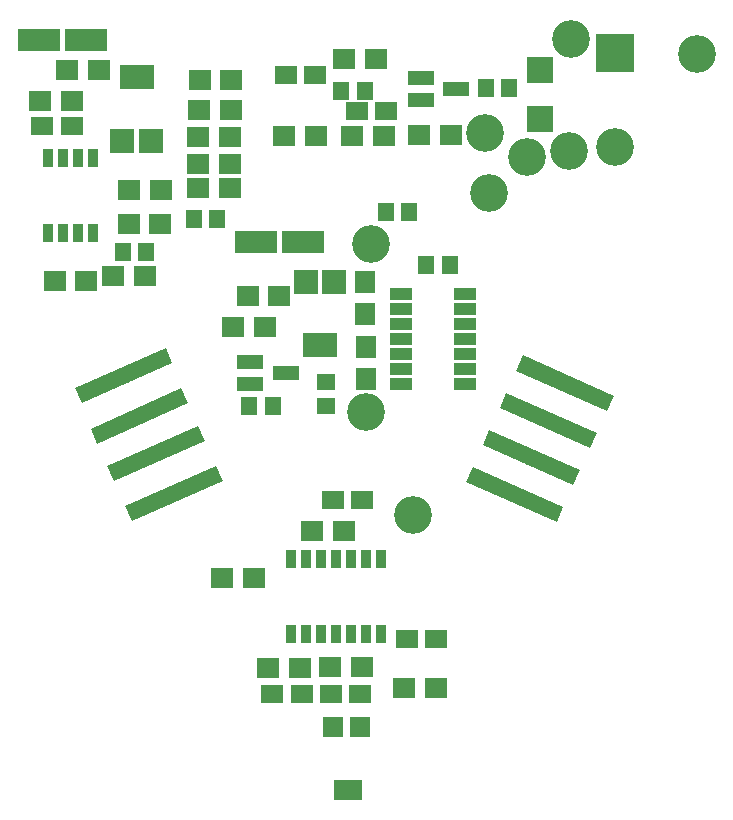
<source format=gbr>
G04 #@! TF.GenerationSoftware,KiCad,Pcbnew,no-vcs-found*
G04 #@! TF.CreationDate,2018-07-23T22:49:52+02:00*
G04 #@! TF.ProjectId,mycelium_pcb_radio,6D7963656C69756D5F7063625F726164,rev?*
G04 #@! TF.SameCoordinates,Original
G04 #@! TF.FileFunction,Soldermask,Top*
G04 #@! TF.FilePolarity,Negative*
%FSLAX46Y46*%
G04 Gerber Fmt 4.6, Leading zero omitted, Abs format (unit mm)*
G04 Created by KiCad (PCBNEW no-vcs-found) date Mon Jul 23 22:49:52 2018*
%MOMM*%
%LPD*%
G01*
G04 APERTURE LIST*
%ADD10R,1.400000X1.650000*%
%ADD11C,3.200000*%
%ADD12R,3.000000X2.000000*%
%ADD13R,2.000000X2.000000*%
%ADD14R,3.200000X3.200000*%
%ADD15C,1.400000*%
%ADD16C,0.050000*%
%ADD17R,1.900000X1.650000*%
%ADD18R,1.900000X1.000000*%
%ADD19R,2.400000X1.700000*%
%ADD20R,1.700000X1.700000*%
%ADD21R,3.600000X1.900000*%
%ADD22R,2.200000X2.200000*%
%ADD23R,1.650000X1.400000*%
%ADD24R,1.900000X1.700000*%
%ADD25R,2.300000X1.200000*%
%ADD26R,1.700000X1.900000*%
%ADD27R,0.908000X1.543000*%
G04 APERTURE END LIST*
D10*
X224456500Y-75628500D03*
X222456500Y-75628500D03*
D11*
X260388100Y-45834300D03*
X232321100Y-76136500D03*
X232752900Y-61874400D03*
D12*
X228485700Y-70475000D03*
D13*
X227285700Y-65075000D03*
X229685700Y-65075000D03*
D12*
X212940900Y-47749300D03*
D13*
X214140900Y-53149300D03*
X211740900Y-53149300D03*
D11*
X249542300Y-54025800D03*
X249707400Y-44500800D03*
D14*
X253403100Y-45720000D03*
D11*
X253403100Y-53720000D03*
D15*
X249224800Y-73672700D03*
D16*
G36*
X252776975Y-76020476D02*
X245103193Y-72603888D01*
X245672625Y-71324924D01*
X253346407Y-74741512D01*
X252776975Y-76020476D01*
X252776975Y-76020476D01*
G37*
D17*
X204959900Y-51879500D03*
X207459900Y-51879500D03*
D18*
X240710700Y-66141600D03*
X240710700Y-67411600D03*
X240710700Y-68681600D03*
X240710700Y-69951600D03*
X240710700Y-71221600D03*
X240710700Y-72491600D03*
X240710700Y-73761600D03*
X235310700Y-73761600D03*
X235310700Y-72491600D03*
X235310700Y-71221600D03*
X235310700Y-69951600D03*
X235310700Y-68681600D03*
X235310700Y-67411600D03*
X235310700Y-66141600D03*
D19*
X230833600Y-108155900D03*
D20*
X229533600Y-102755900D03*
X231833600Y-102755900D03*
D17*
X225559300Y-47586900D03*
X228059300Y-47586900D03*
D21*
X208654400Y-44653200D03*
X204654400Y-44653200D03*
D17*
X234079100Y-50647600D03*
X231579100Y-50647600D03*
D22*
X247129300Y-47150200D03*
X247129300Y-51300200D03*
D10*
X242497100Y-48717200D03*
X244497100Y-48717200D03*
X237467900Y-63703200D03*
X239467900Y-63703200D03*
X236038900Y-59207400D03*
X234038900Y-59207400D03*
D23*
X228942900Y-75599800D03*
X228942900Y-73599800D03*
D10*
X211750400Y-62560200D03*
X213750400Y-62560200D03*
X217770200Y-59740800D03*
X219770200Y-59740800D03*
X230254300Y-48933100D03*
X232254300Y-48933100D03*
D21*
X223031300Y-61747400D03*
X227031300Y-61747400D03*
D17*
X229369300Y-99974400D03*
X231869300Y-99974400D03*
X224416300Y-100025200D03*
X226916300Y-100025200D03*
X238308200Y-95364300D03*
X235808200Y-95364300D03*
X229534400Y-83591400D03*
X232034400Y-83591400D03*
D11*
X245973600Y-54559200D03*
X242443000Y-52489100D03*
X242798600Y-57607200D03*
D15*
X211836000Y-73025000D03*
D16*
G36*
X215957607Y-71956188D02*
X208283825Y-75372776D01*
X207714393Y-74093812D01*
X215388175Y-70677224D01*
X215957607Y-71956188D01*
X215957607Y-71956188D01*
G37*
D15*
X213169500Y-76454000D03*
D16*
G36*
X217291107Y-75385188D02*
X209617325Y-78801776D01*
X209047893Y-77522812D01*
X216721675Y-74106224D01*
X217291107Y-75385188D01*
X217291107Y-75385188D01*
G37*
D15*
X214579200Y-79629000D03*
D16*
G36*
X218700807Y-78560188D02*
X211027025Y-81976776D01*
X210457593Y-80697812D01*
X218131375Y-77281224D01*
X218700807Y-78560188D01*
X218700807Y-78560188D01*
G37*
D15*
X246354600Y-79984600D03*
D16*
G36*
X249906775Y-82332376D02*
X242232993Y-78915788D01*
X242802425Y-77636824D01*
X250476207Y-81053412D01*
X249906775Y-82332376D01*
X249906775Y-82332376D01*
G37*
D11*
X236372400Y-84823300D03*
D15*
X216103200Y-83019900D03*
D16*
G36*
X220224807Y-81951088D02*
X212551025Y-85367676D01*
X211981593Y-84088712D01*
X219655375Y-80672124D01*
X220224807Y-81951088D01*
X220224807Y-81951088D01*
G37*
D15*
X247802400Y-76822300D03*
D16*
G36*
X251354575Y-79170076D02*
X243680793Y-75753488D01*
X244250225Y-74474524D01*
X251924007Y-77891112D01*
X251354575Y-79170076D01*
X251354575Y-79170076D01*
G37*
D15*
X244957600Y-83108800D03*
D16*
G36*
X248509775Y-85456576D02*
X240835993Y-82039988D01*
X241405425Y-80761024D01*
X249079207Y-84177612D01*
X248509775Y-85456576D01*
X248509775Y-85456576D01*
G37*
D24*
X220831400Y-55130700D03*
X218131400Y-55130700D03*
X220971100Y-47993300D03*
X218271100Y-47993300D03*
X218169500Y-52806600D03*
X220869500Y-52806600D03*
X220920300Y-50507900D03*
X218220300Y-50507900D03*
X225421200Y-52730400D03*
X228121200Y-52730400D03*
D25*
X240018700Y-48768000D03*
X237018700Y-49718000D03*
X237018700Y-47818000D03*
X222578800Y-71859100D03*
X222578800Y-73759100D03*
X225578800Y-72809100D03*
D24*
X204758300Y-49771300D03*
X207458300Y-49771300D03*
X207018900Y-47129700D03*
X209718900Y-47129700D03*
X218131400Y-57111900D03*
X220831400Y-57111900D03*
X230526600Y-46253400D03*
X233226600Y-46253400D03*
X231212400Y-52743100D03*
X233912400Y-52743100D03*
X239589300Y-52666900D03*
X236889300Y-52666900D03*
D26*
X232295700Y-67834500D03*
X232295700Y-65134500D03*
X232371900Y-73320900D03*
X232371900Y-70620900D03*
D24*
X222335100Y-66268600D03*
X225035100Y-66268600D03*
X223777800Y-68922900D03*
X221077800Y-68922900D03*
X210981300Y-64579500D03*
X213681300Y-64579500D03*
X208690200Y-64998600D03*
X205990200Y-64998600D03*
X215002100Y-57353200D03*
X212302100Y-57353200D03*
X212264000Y-60185300D03*
X214964000Y-60185300D03*
X220176100Y-90144600D03*
X222876100Y-90144600D03*
X224100400Y-97751900D03*
X226800400Y-97751900D03*
X231994700Y-97739200D03*
X229294700Y-97739200D03*
X238293900Y-99441000D03*
X235593900Y-99441000D03*
X230508800Y-86220300D03*
X227808800Y-86220300D03*
D27*
X205397100Y-54610000D03*
X206667100Y-54610000D03*
X207937100Y-54610000D03*
X209207100Y-54610000D03*
X209207100Y-60960000D03*
X207937100Y-60960000D03*
X206667100Y-60960000D03*
X205397100Y-60960000D03*
X226034600Y-94894400D03*
X227304600Y-94894400D03*
X228574600Y-94894400D03*
X229844600Y-94894400D03*
X231114600Y-94894400D03*
X232384600Y-94894400D03*
X233654600Y-94894400D03*
X233654600Y-88544400D03*
X232384600Y-88544400D03*
X229844600Y-88544400D03*
X228574600Y-88544400D03*
X227304600Y-88544400D03*
X226034600Y-88544400D03*
X231114600Y-88544400D03*
M02*

</source>
